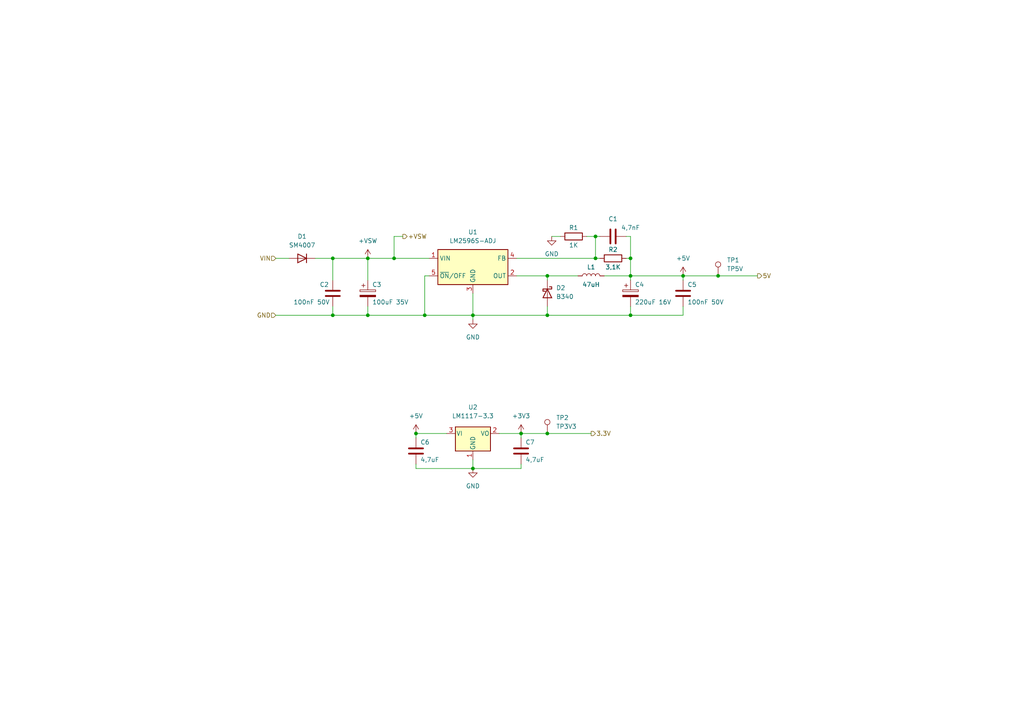
<source format=kicad_sch>
(kicad_sch (version 20230121) (generator eeschema)
  (paper "A4")
  (lib_symbols
    (symbol "Connector:TestPoint" (pin_numbers hide) (pin_names (offset 0.762) hide)
      (property "Reference" "TP" (at 0 6.858 0))
      (property "Value" "TestPoint" (at 0 5.08 0))
      (symbol "TestPoint_0_1"
        (circle (center 0 3.302) (radius 0.762))
      )
      (symbol "TestPoint_1_1"
        (pin passive line (at 0 0 90) (length 2.54) (name "1") (number "1"))
      )
    )
    (symbol "Device:C" (pin_numbers hide) (pin_names (offset 0.254))
      (property "Reference" "C" (at 0.635 2.54 0))
      (property "Value" "C" (at 0.635 -2.54 0))
      (symbol "C_0_1"
        (polyline (pts (xy -2.032 -0.762) (xy 2.032 -0.762)) (stroke (width 0.508)))
        (polyline (pts (xy -2.032 0.762) (xy 2.032 0.762)) (stroke (width 0.508)))
      )
      (symbol "C_1_1"
        (pin passive line (at 0 3.81 270) (length 2.794) (name "~") (number "1"))
        (pin passive line (at 0 -3.81 90) (length 2.794) (name "~") (number "2"))
      )
    )
    (symbol "Device:C_Polarized" (pin_numbers hide) (pin_names (offset 0.254))
      (property "Reference" "C" (at 0.635 2.54 0))
      (property "Value" "C_Polarized" (at 0.635 -2.54 0))
      (symbol "C_Polarized_0_1"
        (rectangle (start -2.286 0.508) (end 2.286 1.016))
        (polyline (pts (xy -1.778 2.286) (xy -0.762 2.286)))
        (polyline (pts (xy -1.27 2.794) (xy -1.27 1.778)))
        (rectangle (start 2.286 -0.508) (end -2.286 -1.016) (fill (type outline)))
      )
      (symbol "C_Polarized_1_1"
        (pin passive line (at 0 3.81 270) (length 2.794) (name "~") (number "1"))
        (pin passive line (at 0 -3.81 90) (length 2.794) (name "~") (number "2"))
      )
    )
    (symbol "Device:L" (pin_numbers hide) (pin_names (offset 1.016) hide)
      (property "Reference" "L" (at -1.27 0 90))
      (property "Value" "L" (at 1.905 0 90))
      (symbol "L_0_1"
        (arc (start 0 -2.54) (mid 0.6323 -1.905) (end 0 -1.27))
        (arc (start 0 -1.27) (mid 0.6323 -0.635) (end 0 0))
        (arc (start 0 0) (mid 0.6323 0.635) (end 0 1.27))
        (arc (start 0 1.27) (mid 0.6323 1.905) (end 0 2.54))
      )
      (symbol "L_1_1"
        (pin passive line (at 0 3.81 270) (length 1.27) (name "1") (number "1"))
        (pin passive line (at 0 -3.81 90) (length 1.27) (name "2") (number "2"))
      )
    )
    (symbol "Device:R" (pin_numbers hide) (pin_names (offset 0))
      (property "Reference" "R" (at 2.032 0 90))
      (property "Value" "R" (at 0 0 90))
      (symbol "R_0_1"
        (rectangle (start -1.016 -2.54) (end 1.016 2.54) (stroke (width 0.254)))
      )
      (symbol "R_1_1"
        (pin passive line (at 0 3.81 270) (length 1.27) (name "~") (number "1"))
        (pin passive line (at 0 -3.81 90) (length 1.27) (name "~") (number "2"))
      )
    )
    (symbol "Diode:B340" (pin_numbers hide) (pin_names (offset 1.016) hide)
      (property "Reference" "D" (at 0 2.54 0))
      (property "Value" "B340" (at 0 -2.54 0))
      (symbol "B340_0_1"
        (polyline (pts (xy 1.27 0) (xy -1.27 0)))
        (polyline (pts (xy 1.27 1.27) (xy 1.27 -1.27) (xy -1.27 0) (xy 1.27 1.27)) (stroke (width 0.254)))
        (polyline (pts (xy -1.905 0.635) (xy -1.905 1.27) (xy -1.27 1.27) (xy -1.27 -1.27) (xy -0.635 -1.27) (xy -0.635 -0.635)) (stroke (width 0.254)))
      )
      (symbol "B340_1_1"
        (pin passive line (at -3.81 0 0) (length 2.54) (name "K") (number "1"))
        (pin passive line (at 3.81 0 180) (length 2.54) (name "A") (number "2"))
      )
    )
    (symbol "Diode:SM4007" (pin_numbers hide) (pin_names (offset 1.016) hide)
      (property "Reference" "D" (at 0 2.54 0))
      (property "Value" "SM4007" (at 0 -2.54 0))
      (symbol "SM4007_0_1"
        (polyline (pts (xy -1.27 1.27) (xy -1.27 -1.27)) (stroke (width 0.254)))
        (polyline (pts (xy 1.27 0) (xy -1.27 0)))
        (polyline (pts (xy 1.27 1.27) (xy 1.27 -1.27) (xy -1.27 0) (xy 1.27 1.27)) (stroke (width 0.254)))
      )
      (symbol "SM4007_1_1"
        (pin passive line (at -3.81 0 0) (length 2.54) (name "K") (number "1"))
        (pin passive line (at 3.81 0 180) (length 2.54) (name "A") (number "2"))
      )
    )
    (symbol "Regulator_Linear:LM1117-3.3" (pin_names (offset 0.254))
      (property "Reference" "U" (at -3.81 3.175 0))
      (property "Value" "LM1117-3.3" (at 0 3.175 0))
      (symbol "LM1117-3.3_0_1"
        (rectangle (start -5.08 -5.08) (end 5.08 1.905) (stroke (width 0.254)) (fill (type background)))
      )
      (symbol "LM1117-3.3_1_1"
        (pin power_in line (at 0 -7.62 90) (length 2.54) (name "GND") (number "1"))
        (pin power_out line (at 7.62 0 180) (length 2.54) (name "VO") (number "2"))
        (pin power_in line (at -7.62 0 0) (length 2.54) (name "VI") (number "3"))
      )
    )
    (symbol "Regulator_Switching:LM2596S-ADJ"
      (property "Reference" "U" (at -10.16 6.35 0))
      (property "Value" "LM2596S-ADJ" (at 0 6.35 0))
      (symbol "LM2596S-ADJ_0_1"
        (rectangle (start -10.16 5.08) (end 10.16 -5.08) (stroke (width 0.254)) (fill (type background)))
      )
      (symbol "LM2596S-ADJ_1_1"
        (pin power_in line (at -12.7 2.54 0) (length 2.54) (name "VIN") (number "1"))
        (pin output line (at 12.7 -2.54 180) (length 2.54) (name "OUT") (number "2"))
        (pin power_in line (at 0 -7.62 90) (length 2.54) (name "GND") (number "3"))
        (pin input line (at 12.7 2.54 180) (length 2.54) (name "FB") (number "4"))
        (pin input line (at -12.7 -2.54 0) (length 2.54) (name "~{ON}/OFF") (number "5"))
      )
    )
    (symbol "power:+3.3V" (power) (pin_names (offset 0))
      (property "Value" "+3.3V" (at 0 3.556 0))
      (symbol "+3.3V_0_1"
        (polyline (pts (xy -0.762 1.27) (xy 0 2.54)))
        (polyline (pts (xy 0 0) (xy 0 2.54)))
        (polyline (pts (xy 0 2.54) (xy 0.762 1.27)))
      )
      (symbol "+3.3V_1_1"
        (pin power_in line (at 0 0 90) (length 0) hide (name "+3V3") (number "1"))
      )
    )
    (symbol "power:+5V" (power) (pin_names (offset 0))
      (property "Value" "+5V" (at 0 3.556 0))
      (symbol "+5V_0_1"
        (polyline (pts (xy -0.762 1.27) (xy 0 2.54)))
        (polyline (pts (xy 0 0) (xy 0 2.54)))
        (polyline (pts (xy 0 2.54) (xy 0.762 1.27)))
      )
      (symbol "+5V_1_1"
        (pin power_in line (at 0 0 90) (length 0) hide (name "+5V") (number "1"))
      )
    )
    (symbol "power:+VSW" (power) (pin_names (offset 0))
      (property "Value" "+VSW" (at 0 3.556 0))
      (symbol "+VSW_0_1"
        (polyline (pts (xy -0.762 1.27) (xy 0 2.54)))
        (polyline (pts (xy 0 0) (xy 0 2.54)))
        (polyline (pts (xy 0 2.54) (xy 0.762 1.27)))
      )
      (symbol "+VSW_1_1"
        (pin power_in line (at 0 0 90) (length 0) hide (name "+VSW") (number "1"))
      )
    )
    (symbol "power:GND" (power) (pin_names (offset 0))
      (property "Value" "GND" (at 0 -3.81 0))
      (symbol "GND_0_1"
        (polyline (pts (xy 0 0) (xy 0 -1.27) (xy 1.27 -1.27) (xy 0 -2.54) (xy -1.27 -1.27) (xy 0 -1.27)))
      )
      (symbol "GND_1_1"
        (pin power_in line (at 0 0 270) (length 0) hide (name "GND") (number "1"))
      )
    )
  )
  (junction (at 158.75 91.44))
  (junction (at 158.75 80.01))
  (junction (at 123.19 91.44))
  (junction (at 114.3 74.93))
  (junction (at 96.52 91.44))
  (junction (at 208.28 80.01))
  (junction (at 96.52 74.93))
  (junction (at 158.75 125.73))
  (junction (at 151.13 125.73))
  (junction (at 120.65 125.73))
  (junction (at 172.72 74.93))
  (junction (at 182.88 91.44))
  (junction (at 172.72 68.58))
  (junction (at 137.16 135.89))
  (junction (at 198.12 80.01))
  (junction (at 106.68 91.44))
  (junction (at 182.88 74.93))
  (junction (at 106.68 74.93))
  (junction (at 137.16 91.44))
  (junction (at 182.88 80.01))
  (wire (pts (xy 158.75 91.44) (xy 182.88 91.44)))
  (wire (pts (xy 149.86 80.01) (xy 158.75 80.01)))
  (wire (pts (xy 106.68 81.28) (xy 106.68 74.93)))
  (wire (pts (xy 96.52 81.28) (xy 96.52 74.93)))
  (wire (pts (xy 208.28 80.01) (xy 219.71 80.01)))
  (wire (pts (xy 144.78 125.73) (xy 151.13 125.73)))
  (wire (pts (xy 114.3 74.93) (xy 124.46 74.93)))
  (wire (pts (xy 137.16 91.44) (xy 158.75 91.44)))
  (wire (pts (xy 172.72 74.93) (xy 173.99 74.93)))
  (wire (pts (xy 80.01 74.93) (xy 83.82 74.93)))
  (wire (pts (xy 182.88 68.58) (xy 182.88 74.93)))
  (wire (pts (xy 182.88 80.01) (xy 182.88 81.28)))
  (wire (pts (xy 198.12 80.01) (xy 182.88 80.01)))
  (wire (pts (xy 158.75 81.28) (xy 158.75 80.01)))
  (wire (pts (xy 124.46 80.01) (xy 123.19 80.01)))
  (wire (pts (xy 158.75 88.9) (xy 158.75 91.44)))
  (wire (pts (xy 173.99 68.58) (xy 172.72 68.58)))
  (wire (pts (xy 198.12 88.9) (xy 198.12 91.44)))
  (wire (pts (xy 120.65 135.89) (xy 137.16 135.89)))
  (wire (pts (xy 151.13 125.73) (xy 151.13 127)))
  (wire (pts (xy 106.68 88.9) (xy 106.68 91.44)))
  (wire (pts (xy 96.52 88.9) (xy 96.52 91.44)))
  (wire (pts (xy 175.26 80.01) (xy 182.88 80.01)))
  (wire (pts (xy 182.88 68.58) (xy 181.61 68.58)))
  (wire (pts (xy 172.72 68.58) (xy 172.72 74.93)))
  (wire (pts (xy 182.88 74.93) (xy 182.88 80.01)))
  (wire (pts (xy 151.13 125.73) (xy 158.75 125.73)))
  (wire (pts (xy 106.68 74.93) (xy 114.3 74.93)))
  (wire (pts (xy 80.01 91.44) (xy 96.52 91.44)))
  (wire (pts (xy 114.3 68.58) (xy 114.3 74.93)))
  (wire (pts (xy 151.13 134.62) (xy 151.13 135.89)))
  (wire (pts (xy 96.52 74.93) (xy 106.68 74.93)))
  (wire (pts (xy 137.16 91.44) (xy 137.16 92.71)))
  (wire (pts (xy 91.44 74.93) (xy 96.52 74.93)))
  (wire (pts (xy 106.68 91.44) (xy 123.19 91.44)))
  (wire (pts (xy 151.13 135.89) (xy 137.16 135.89)))
  (wire (pts (xy 158.75 80.01) (xy 167.64 80.01)))
  (wire (pts (xy 198.12 91.44) (xy 182.88 91.44)))
  (wire (pts (xy 198.12 81.28) (xy 198.12 80.01)))
  (wire (pts (xy 149.86 74.93) (xy 172.72 74.93)))
  (wire (pts (xy 160.02 68.58) (xy 162.56 68.58)))
  (wire (pts (xy 96.52 91.44) (xy 106.68 91.44)))
  (wire (pts (xy 120.65 125.73) (xy 120.65 127)))
  (wire (pts (xy 116.84 68.58) (xy 114.3 68.58)))
  (wire (pts (xy 123.19 80.01) (xy 123.19 91.44)))
  (wire (pts (xy 170.18 68.58) (xy 172.72 68.58)))
  (wire (pts (xy 198.12 80.01) (xy 208.28 80.01)))
  (wire (pts (xy 182.88 91.44) (xy 182.88 88.9)))
  (wire (pts (xy 129.54 125.73) (xy 120.65 125.73)))
  (wire (pts (xy 158.75 125.73) (xy 171.45 125.73)))
  (wire (pts (xy 181.61 74.93) (xy 182.88 74.93)))
  (wire (pts (xy 120.65 134.62) (xy 120.65 135.89)))
  (wire (pts (xy 137.16 85.09) (xy 137.16 91.44)))
  (wire (pts (xy 137.16 135.89) (xy 137.16 133.35)))
  (wire (pts (xy 123.19 91.44) (xy 137.16 91.44)))
  (hierarchical_label "GND" (shape input) (at 80.01 91.44 180))
  (hierarchical_label "3.3V" (shape output) (at 171.45 125.73 0))
  (hierarchical_label "+VSW" (shape output) (at 116.84 68.58 0))
  (hierarchical_label "5V" (shape output) (at 219.71 80.01 0))
  (hierarchical_label "VIN" (shape input) (at 80.01 74.93 180))
  (symbol (lib_id "Regulator_Switching:LM2596S-ADJ") (at 137.16 77.47 0) (unit 1)
    (property "Reference" "U1" (at 137.16 67.31 0))
    (property "Value" "LM2596S-ADJ" (at 137.16 69.85 0))
    (property "Footprint" "Package_TO_SOT_SMD:TO-263-5_TabPin3" (effects hide))
    (property "Datasheet" "http://www.ti.com/lit/ds/symlink/lm2596.pdf" (effects hide))
  )
  (symbol (lib_id "Device:R") (at 177.8 74.93 90) (unit 1)
    (property "Reference" "R2" (at 177.8 72.39 90))
    (property "Value" "3,1K" (at 177.8 77.47 90))
    (property "Footprint" "Resistor_SMD:R_0805_2012Metric_Pad1.20x1.40mm_HandSolder" (effects hide))
  )
  (symbol (lib_id "Device:C") (at 177.8 68.58 90) (unit 1)
    (property "Reference" "C1" (at 177.8 63.5 90))
    (property "Value" "4,7nF" (at 182.88 66.04 90))
    (property "Footprint" "Capacitor_SMD:C_0805_2012Metric_Pad1.18x1.45mm_HandSolder" (effects hide))
  )
  (symbol (lib_id "Connector:TestPoint") (at 208.28 80.01 0) (unit 1)
    (property "Reference" "TP1" (at 210.82 75.4379 0) (effects (justify left)))
    (property "Value" "TP5V" (at 210.82 77.9779 0) (effects (justify left)))
    (property "Footprint" "TestPoint:TestPoint_Loop_D2.50mm_Drill1.0mm" (effects hide))
  )
  (symbol (lib_id "Diode:SM4007") (at 87.63 74.93 180) (unit 1)
    (property "Reference" "D1" (at 87.63 68.58 0))
    (property "Value" "SM4007" (at 87.63 71.12 0))
    (property "Footprint" "Diode_SMD:D_SMA_Handsoldering" (effects hide))
    (property "Datasheet" "http://cdn-reichelt.de/documents/datenblatt/A400/SMD1N400%23DIO.pdf" (effects hide))
  )
  (symbol (lib_id "Diode:B340") (at 158.75 85.09 270) (unit 1)
    (property "Reference" "D2" (at 161.29 83.5024 90) (effects (justify left)))
    (property "Value" "B340" (at 161.29 86.0424 90) (effects (justify left)))
    (property "Footprint" "Diode_SMD:D_SMC" (effects hide))
    (property "Datasheet" "http://www.jameco.com/Jameco/Products/ProdDS/1538777.pdf" (effects hide))
  )
  (symbol (lib_id "power:+5V") (at 198.12 80.01 0) (unit 1)
    (property "Reference" "#PWR07" (effects hide))
    (property "Value" "+5V" (at 198.12 74.93 0))
  )
  (symbol (lib_id "power:+5V") (at 120.65 125.73 0) (unit 1)
    (property "Reference" "#PWR09" (effects hide))
    (property "Value" "+5V" (at 120.65 120.65 0))
  )
  (symbol (lib_id "Device:C") (at 96.52 85.09 0) (unit 1)
    (property "Reference" "C2" (at 92.71 82.55 0) (effects (justify left)))
    (property "Value" "100nF 50V" (at 85.09 87.63 0) (effects (justify left)))
    (property "Footprint" "Capacitor_SMD:C_0805_2012Metric_Pad1.18x1.45mm_HandSolder" (effects hide))
    (property "DigiKey" "1276-1007-2-ND" (effects hide))
  )
  (symbol (lib_id "power:+3.3V") (at 151.13 125.73 0) (unit 1)
    (property "Reference" "#PWR010" (effects hide))
    (property "Value" "+3.3V" (at 151.13 120.65 0))
  )
  (symbol (lib_id "power:+VSW") (at 106.68 74.93 0) (unit 1)
    (property "Reference" "#PWR0101" (effects hide))
    (property "Value" "+VSW" (at 106.68 69.85 0))
  )
  (symbol (lib_id "power:GND") (at 137.16 135.89 0) (unit 1)
    (property "Reference" "#PWR011" (effects hide))
    (property "Value" "GND" (at 137.16 140.97 0))
  )
  (symbol (lib_id "Device:C") (at 151.13 130.81 0) (unit 1)
    (property "Reference" "C7" (at 152.4 128.27 0) (effects (justify left)))
    (property "Value" "4,7uF" (at 152.4 133.35 0) (effects (justify left)))
    (property "Footprint" "Capacitor_SMD:C_0805_2012Metric_Pad1.18x1.45mm_HandSolder" (effects hide))
  )
  (symbol (lib_id "Device:L") (at 171.45 80.01 90) (unit 1)
    (property "Reference" "L1" (at 171.45 77.47 90))
    (property "Value" "47uH" (at 171.45 82.55 90))
    (property "Footprint" "Inductor_THT:L_Radial_D7.5mm_P5.00mm_Fastron_07P" (effects hide))
  )
  (symbol (lib_id "power:GND") (at 137.16 92.71 0) (unit 1)
    (property "Reference" "#PWR08" (effects hide))
    (property "Value" "GND" (at 137.16 97.79 0))
  )
  (symbol (lib_id "Device:R") (at 166.37 68.58 90) (unit 1)
    (property "Reference" "R1" (at 166.37 66.04 90))
    (property "Value" "1K" (at 166.37 71.12 90))
    (property "Footprint" "Resistor_SMD:R_0805_2012Metric_Pad1.20x1.40mm_HandSolder" (effects hide))
  )
  (symbol (lib_id "Device:C_Polarized") (at 182.88 85.09 0) (unit 1)
    (property "Reference" "C4" (at 184.15 82.55 0) (effects (justify left)))
    (property "Value" "220uF 16V" (at 184.15 87.63 0) (effects (justify left)))
    (property "Footprint" "Capacitor_SMD:CP_Elec_6.3x7.7" (effects hide))
  )
  (symbol (lib_id "Device:C_Polarized") (at 106.68 85.09 0) (unit 1)
    (property "Reference" "C3" (at 107.95 82.55 0) (effects (justify left)))
    (property "Value" "100uF 35V" (at 107.95 87.63 0) (effects (justify left)))
    (property "Footprint" "Capacitor_SMD:CP_Elec_6.3x7.7" (effects hide))
  )
  (symbol (lib_id "power:GND") (at 160.02 68.58 0) (unit 1)
    (property "Reference" "#PWR06" (effects hide))
    (property "Value" "GND" (at 160.02 73.66 0))
  )
  (symbol (lib_id "Device:C") (at 120.65 130.81 0) (unit 1)
    (property "Reference" "C6" (at 121.92 128.27 0) (effects (justify left)))
    (property "Value" "4,7uF" (at 121.92 133.35 0) (effects (justify left)))
    (property "Footprint" "Capacitor_SMD:C_0805_2012Metric_Pad1.18x1.45mm_HandSolder" (effects hide))
  )
  (symbol (lib_id "Regulator_Linear:LM1117-3.3") (at 137.16 125.73 0) (unit 1)
    (property "Reference" "U2" (at 137.16 118.11 0))
    (property "Value" "LM1117-3.3" (at 137.16 120.65 0))
    (property "Footprint" "Package_TO_SOT_SMD:SOT-223-3_TabPin2" (effects hide))
    (property "Datasheet" "http://www.ti.com/lit/ds/symlink/lm1117.pdf" (effects hide))
  )
  (symbol (lib_id "Device:C") (at 198.12 85.09 0) (unit 1)
    (property "Reference" "C5" (at 199.39 82.55 0) (effects (justify left)))
    (property "Value" "100nF 50V" (at 199.39 87.63 0) (effects (justify left)))
    (property "Footprint" "Capacitor_SMD:C_0805_2012Metric_Pad1.18x1.45mm_HandSolder" (effects hide))
    (property "DigiKey" "1276-1007-2-ND" (effects hide))
  )
  (symbol (lib_id "Connector:TestPoint") (at 158.75 125.73 0) (unit 1)
    (property "Reference" "TP2" (at 161.29 121.1579 0) (effects (justify left)))
    (property "Value" "TP3V3" (at 161.29 123.6979 0) (effects (justify left)))
    (property "Footprint" "TestPoint:TestPoint_Loop_D2.50mm_Drill1.0mm" (effects hide))
  )
)
</source>
